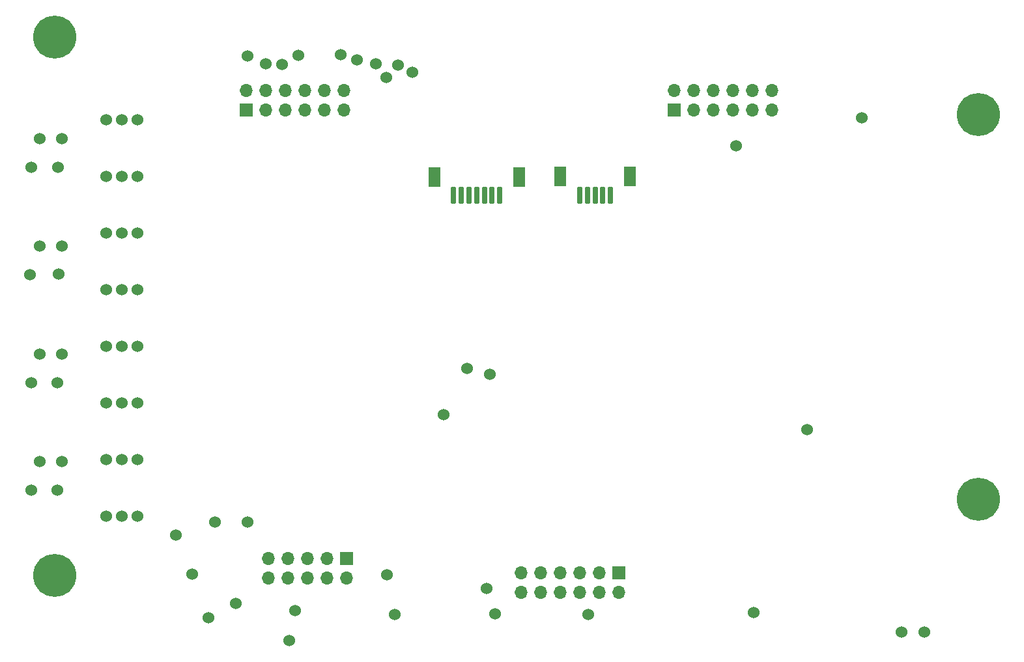
<source format=gbr>
%TF.GenerationSoftware,KiCad,Pcbnew,7.0.8*%
%TF.CreationDate,2023-12-20T09:48:56+01:00*%
%TF.ProjectId,Bed_of_nails,4265645f-6f66-45f6-9e61-696c732e6b69,AC*%
%TF.SameCoordinates,Original*%
%TF.FileFunction,Soldermask,Bot*%
%TF.FilePolarity,Negative*%
%FSLAX46Y46*%
G04 Gerber Fmt 4.6, Leading zero omitted, Abs format (unit mm)*
G04 Created by KiCad (PCBNEW 7.0.8) date 2023-12-20 09:48:56*
%MOMM*%
%LPD*%
G01*
G04 APERTURE LIST*
G04 Aperture macros list*
%AMRoundRect*
0 Rectangle with rounded corners*
0 $1 Rounding radius*
0 $2 $3 $4 $5 $6 $7 $8 $9 X,Y pos of 4 corners*
0 Add a 4 corners polygon primitive as box body*
4,1,4,$2,$3,$4,$5,$6,$7,$8,$9,$2,$3,0*
0 Add four circle primitives for the rounded corners*
1,1,$1+$1,$2,$3*
1,1,$1+$1,$4,$5*
1,1,$1+$1,$6,$7*
1,1,$1+$1,$8,$9*
0 Add four rect primitives between the rounded corners*
20,1,$1+$1,$2,$3,$4,$5,0*
20,1,$1+$1,$4,$5,$6,$7,0*
20,1,$1+$1,$6,$7,$8,$9,0*
20,1,$1+$1,$8,$9,$2,$3,0*%
G04 Aperture macros list end*
%ADD10C,1.524000*%
%ADD11R,1.700000X1.700000*%
%ADD12O,1.700000X1.700000*%
%ADD13C,3.600000*%
%ADD14C,5.600000*%
%ADD15RoundRect,0.075000X-0.225000X-1.025000X0.225000X-1.025000X0.225000X1.025000X-0.225000X1.025000X0*%
%ADD16RoundRect,0.200000X-0.600000X-1.100000X0.600000X-1.100000X0.600000X1.100000X-0.600000X1.100000X0*%
G04 APERTURE END LIST*
D10*
%TO.C,TP48*%
X123074732Y-113840019D03*
%TD*%
%TO.C,TP47*%
X121559737Y-124419975D03*
%TD*%
%TO.C,TP46*%
X113769749Y-115569999D03*
%TD*%
%TO.C,TP45*%
X188820714Y-125670000D03*
%TD*%
%TO.C,TP44*%
X118838414Y-113884320D03*
%TD*%
%TO.C,TP43*%
X117979761Y-126345023D03*
%TD*%
%TO.C,TP42*%
X115908360Y-120627851D03*
%TD*%
%TO.C,TP41*%
X135199793Y-53069999D03*
%TD*%
%TO.C,TP40*%
X137299778Y-53780011D03*
%TD*%
%TO.C,TP39*%
X139724085Y-54290000D03*
%TD*%
%TO.C,TP38*%
X141109776Y-56020001D03*
%TD*%
%TO.C,TP37*%
X142631871Y-54460000D03*
%TD*%
%TO.C,TP36*%
X144519749Y-55359977D03*
%TD*%
%TO.C,TP35*%
X123039759Y-53260001D03*
%TD*%
%TO.C,TP34*%
X125399744Y-54290031D03*
%TD*%
%TO.C,TP33*%
X127589756Y-54319989D03*
%TD*%
%TO.C,TP32*%
X129692357Y-53139386D03*
%TD*%
%TO.C,TP31*%
X94979762Y-109700000D03*
%TD*%
%TO.C,TP30*%
X96079762Y-106000000D03*
%TD*%
%TO.C,TP29*%
X94829762Y-81700000D03*
%TD*%
%TO.C,TP28*%
X96079762Y-78000000D03*
%TD*%
%TO.C,TP27*%
X94979762Y-95700000D03*
%TD*%
%TO.C,TP26*%
X96079762Y-92000000D03*
%TD*%
%TO.C,TP25*%
X94979762Y-67700000D03*
%TD*%
%TO.C,TP24*%
X96079762Y-64000000D03*
%TD*%
%TO.C,TP23*%
X154179762Y-122500000D03*
%TD*%
%TO.C,TP22*%
X141229762Y-120750000D03*
%TD*%
%TO.C,TP21*%
X129229762Y-125400000D03*
%TD*%
%TO.C,TP20*%
X98329762Y-109700000D03*
%TD*%
%TO.C,TP19*%
X98929762Y-105950000D03*
%TD*%
%TO.C,TP18*%
X98479762Y-81600000D03*
%TD*%
%TO.C,TP17*%
X98929762Y-77950000D03*
%TD*%
%TO.C,TP16*%
X98379762Y-95700000D03*
%TD*%
%TO.C,TP15*%
X98929762Y-92000000D03*
%TD*%
%TO.C,TP14*%
X98429762Y-67700000D03*
%TD*%
%TO.C,TP13*%
X98929762Y-63950000D03*
%TD*%
%TO.C,TP12*%
X167329762Y-125850000D03*
%TD*%
%TO.C,TP11*%
X202929762Y-61300000D03*
%TD*%
%TO.C,TP10*%
X208079762Y-128150000D03*
%TD*%
%TO.C,TP9*%
X195779762Y-101800000D03*
%TD*%
%TO.C,TP8*%
X154529762Y-94600000D03*
%TD*%
%TO.C,TP7*%
X148529762Y-99850000D03*
%TD*%
%TO.C,TP6*%
X186529762Y-64900000D03*
%TD*%
%TO.C,TP5*%
X151629762Y-93900000D03*
%TD*%
%TO.C,TP4*%
X128479762Y-129250000D03*
%TD*%
%TO.C,TP3*%
X211029762Y-128150000D03*
%TD*%
%TO.C,TP2*%
X155229762Y-125800000D03*
%TD*%
%TO.C,TP1*%
X142179762Y-125850000D03*
%TD*%
D11*
%TO.C,J1*%
X178489999Y-60280000D03*
D12*
X178489999Y-57740000D03*
X181029999Y-60280000D03*
X181029999Y-57740000D03*
X183569999Y-60280000D03*
X183569999Y-57740000D03*
X186109999Y-60280000D03*
X186109999Y-57740000D03*
X188649999Y-60280000D03*
X188649999Y-57740000D03*
X191189999Y-60280000D03*
X191189999Y-57740000D03*
%TD*%
D13*
%TO.C,REF\u002A\u002A*%
X97989762Y-50790000D03*
D14*
X97989762Y-50790000D03*
%TD*%
%TO.C,REF\u002A\u002A*%
X218049762Y-60840000D03*
D13*
X218049762Y-60840000D03*
%TD*%
%TO.C,REF\u002A\u002A*%
X97989762Y-120830000D03*
D14*
X97989762Y-120830000D03*
%TD*%
D13*
%TO.C,REF\u002A\u002A*%
X218029762Y-110880000D03*
D14*
X218029762Y-110880000D03*
%TD*%
D11*
%TO.C,J4*%
X135939999Y-118590000D03*
D12*
X135939999Y-121130000D03*
X133399999Y-118590000D03*
X133399999Y-121130000D03*
X130859999Y-118590000D03*
X130859999Y-121130000D03*
X128319999Y-118590000D03*
X128319999Y-121130000D03*
X125779999Y-118590000D03*
X125779999Y-121130000D03*
%TD*%
D11*
%TO.C,J3*%
X171319999Y-120440000D03*
D12*
X171319999Y-122980000D03*
X168779999Y-120440000D03*
X168779999Y-122980000D03*
X166239999Y-120440000D03*
X166239999Y-122980000D03*
X163699999Y-120440000D03*
X163699999Y-122980000D03*
X161159999Y-120440000D03*
X161159999Y-122980000D03*
X158619999Y-120440000D03*
X158619999Y-122980000D03*
%TD*%
D11*
%TO.C,J2*%
X122909999Y-60280000D03*
D12*
X122909999Y-57740000D03*
X125449999Y-60280000D03*
X125449999Y-57740000D03*
X127989999Y-60280000D03*
X127989999Y-57740000D03*
X130529999Y-60280000D03*
X130529999Y-57740000D03*
X133069999Y-60280000D03*
X133069999Y-57740000D03*
X135609999Y-60280000D03*
X135609999Y-57740000D03*
%TD*%
D10*
%TO.C,J12*%
X108720000Y-91017140D03*
X106720000Y-91017140D03*
X104720000Y-91017140D03*
%TD*%
D15*
%TO.C,U1*%
X166250000Y-71330000D03*
X167250000Y-71330000D03*
X168250000Y-71330000D03*
X169250000Y-71330000D03*
X170250000Y-71330000D03*
D16*
X163750000Y-68930000D03*
X172750000Y-68930000D03*
%TD*%
D10*
%TO.C,J7*%
X108720000Y-83652855D03*
X106720000Y-83652855D03*
X104720000Y-83652855D03*
%TD*%
%TO.C,J8*%
X108720000Y-98381425D03*
X106720000Y-98381425D03*
X104720000Y-98381425D03*
%TD*%
D15*
%TO.C,J5*%
X149850000Y-71350000D03*
X150850000Y-71350000D03*
X151850000Y-71350000D03*
X152850000Y-71350000D03*
X153850000Y-71350000D03*
X154850000Y-71350000D03*
X155850000Y-71350000D03*
D16*
X147350000Y-68950000D03*
X158350000Y-68950000D03*
%TD*%
D10*
%TO.C,J13*%
X108720000Y-105745710D03*
X106720000Y-105745710D03*
X104720000Y-105745710D03*
%TD*%
%TO.C,J11*%
X108720000Y-76288570D03*
X106720000Y-76288570D03*
X104720000Y-76288570D03*
%TD*%
%TO.C,J10*%
X108720000Y-61560000D03*
X106720000Y-61560000D03*
X104720000Y-61560000D03*
%TD*%
%TO.C,J9*%
X108720000Y-113110000D03*
X106720000Y-113110000D03*
X104720000Y-113110000D03*
%TD*%
%TO.C,J6*%
X108720000Y-68924285D03*
X106720000Y-68924285D03*
X104720000Y-68924285D03*
%TD*%
M02*

</source>
